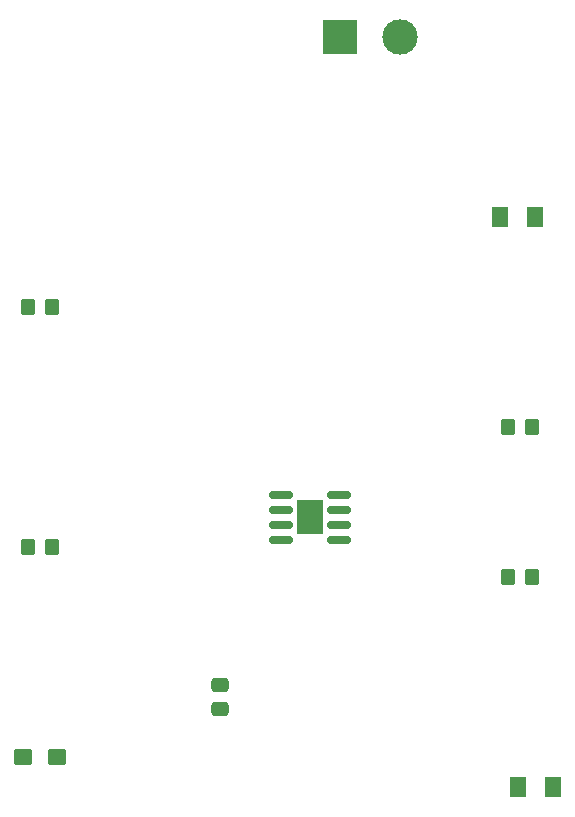
<source format=gbr>
%TF.GenerationSoftware,KiCad,Pcbnew,(6.0.10)*%
%TF.CreationDate,2023-02-17T15:23:00-08:00*%
%TF.ProjectId,Exercise 2 lab 6,45786572-6369-4736-9520-32206c616220,rev?*%
%TF.SameCoordinates,Original*%
%TF.FileFunction,Soldermask,Top*%
%TF.FilePolarity,Negative*%
%FSLAX46Y46*%
G04 Gerber Fmt 4.6, Leading zero omitted, Abs format (unit mm)*
G04 Created by KiCad (PCBNEW (6.0.10)) date 2023-02-17 15:23:00*
%MOMM*%
%LPD*%
G01*
G04 APERTURE LIST*
G04 Aperture macros list*
%AMRoundRect*
0 Rectangle with rounded corners*
0 $1 Rounding radius*
0 $2 $3 $4 $5 $6 $7 $8 $9 X,Y pos of 4 corners*
0 Add a 4 corners polygon primitive as box body*
4,1,4,$2,$3,$4,$5,$6,$7,$8,$9,$2,$3,0*
0 Add four circle primitives for the rounded corners*
1,1,$1+$1,$2,$3*
1,1,$1+$1,$4,$5*
1,1,$1+$1,$6,$7*
1,1,$1+$1,$8,$9*
0 Add four rect primitives between the rounded corners*
20,1,$1+$1,$2,$3,$4,$5,0*
20,1,$1+$1,$4,$5,$6,$7,0*
20,1,$1+$1,$6,$7,$8,$9,0*
20,1,$1+$1,$8,$9,$2,$3,0*%
G04 Aperture macros list end*
%ADD10RoundRect,0.250001X-0.462499X-0.624999X0.462499X-0.624999X0.462499X0.624999X-0.462499X0.624999X0*%
%ADD11RoundRect,0.250000X-0.350000X-0.450000X0.350000X-0.450000X0.350000X0.450000X-0.350000X0.450000X0*%
%ADD12RoundRect,0.250000X-0.537500X-0.425000X0.537500X-0.425000X0.537500X0.425000X-0.537500X0.425000X0*%
%ADD13R,3.000000X3.000000*%
%ADD14C,3.000000*%
%ADD15RoundRect,0.250000X0.475000X-0.337500X0.475000X0.337500X-0.475000X0.337500X-0.475000X-0.337500X0*%
%ADD16RoundRect,0.150000X-0.825000X-0.150000X0.825000X-0.150000X0.825000X0.150000X-0.825000X0.150000X0*%
%ADD17R,2.290000X3.000000*%
G04 APERTURE END LIST*
D10*
%TO.C,D1*%
X132902500Y-73660000D03*
X135877500Y-73660000D03*
%TD*%
%TO.C,D2*%
X134420000Y-121920000D03*
X137395000Y-121920000D03*
%TD*%
D11*
%TO.C,R2*%
X92980000Y-101600000D03*
X94980000Y-101600000D03*
%TD*%
D12*
%TO.C,C1*%
X92542500Y-119380000D03*
X95417500Y-119380000D03*
%TD*%
D11*
%TO.C,R4*%
X133620000Y-104140000D03*
X135620000Y-104140000D03*
%TD*%
D13*
%TO.C,J1*%
X119380000Y-58420000D03*
D14*
X124460000Y-58420000D03*
%TD*%
D15*
%TO.C,C2*%
X109220000Y-115337500D03*
X109220000Y-113262500D03*
%TD*%
D16*
%TO.C,U1*%
X114365000Y-97155000D03*
X114365000Y-98425000D03*
X114365000Y-99695000D03*
X114365000Y-100965000D03*
X119315000Y-100965000D03*
X119315000Y-99695000D03*
X119315000Y-98425000D03*
X119315000Y-97155000D03*
D17*
X116840000Y-99060000D03*
%TD*%
D11*
%TO.C,R3*%
X133620000Y-91440000D03*
X135620000Y-91440000D03*
%TD*%
%TO.C,R1*%
X92980000Y-81280000D03*
X94980000Y-81280000D03*
%TD*%
M02*

</source>
